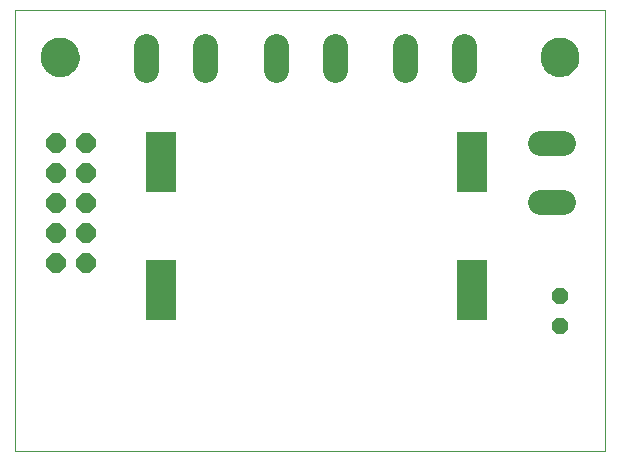
<source format=gbs>
G75*
%MOIN*%
%OFA0B0*%
%FSLAX24Y24*%
%IPPOS*%
%LPD*%
%AMOC8*
5,1,8,0,0,1.08239X$1,22.5*
%
%ADD10C,0.0000*%
%ADD11C,0.1300*%
%ADD12C,0.0820*%
%ADD13OC8,0.0560*%
%ADD14OC8,0.0640*%
%ADD15R,0.1040X0.2040*%
D10*
X000180Y000180D02*
X000180Y014865D01*
X019865Y014865D01*
X019865Y000180D01*
X000180Y000180D01*
X001050Y013305D02*
X001052Y013355D01*
X001058Y013405D01*
X001068Y013454D01*
X001082Y013502D01*
X001099Y013549D01*
X001120Y013594D01*
X001145Y013638D01*
X001173Y013679D01*
X001205Y013718D01*
X001239Y013755D01*
X001276Y013789D01*
X001316Y013819D01*
X001358Y013846D01*
X001402Y013870D01*
X001448Y013891D01*
X001495Y013907D01*
X001543Y013920D01*
X001593Y013929D01*
X001642Y013934D01*
X001693Y013935D01*
X001743Y013932D01*
X001792Y013925D01*
X001841Y013914D01*
X001889Y013899D01*
X001935Y013881D01*
X001980Y013859D01*
X002023Y013833D01*
X002064Y013804D01*
X002103Y013772D01*
X002139Y013737D01*
X002171Y013699D01*
X002201Y013659D01*
X002228Y013616D01*
X002251Y013572D01*
X002270Y013526D01*
X002286Y013478D01*
X002298Y013429D01*
X002306Y013380D01*
X002310Y013330D01*
X002310Y013280D01*
X002306Y013230D01*
X002298Y013181D01*
X002286Y013132D01*
X002270Y013084D01*
X002251Y013038D01*
X002228Y012994D01*
X002201Y012951D01*
X002171Y012911D01*
X002139Y012873D01*
X002103Y012838D01*
X002064Y012806D01*
X002023Y012777D01*
X001980Y012751D01*
X001935Y012729D01*
X001889Y012711D01*
X001841Y012696D01*
X001792Y012685D01*
X001743Y012678D01*
X001693Y012675D01*
X001642Y012676D01*
X001593Y012681D01*
X001543Y012690D01*
X001495Y012703D01*
X001448Y012719D01*
X001402Y012740D01*
X001358Y012764D01*
X001316Y012791D01*
X001276Y012821D01*
X001239Y012855D01*
X001205Y012892D01*
X001173Y012931D01*
X001145Y012972D01*
X001120Y013016D01*
X001099Y013061D01*
X001082Y013108D01*
X001068Y013156D01*
X001058Y013205D01*
X001052Y013255D01*
X001050Y013305D01*
X017710Y013305D02*
X017712Y013355D01*
X017718Y013405D01*
X017728Y013454D01*
X017742Y013502D01*
X017759Y013549D01*
X017780Y013594D01*
X017805Y013638D01*
X017833Y013679D01*
X017865Y013718D01*
X017899Y013755D01*
X017936Y013789D01*
X017976Y013819D01*
X018018Y013846D01*
X018062Y013870D01*
X018108Y013891D01*
X018155Y013907D01*
X018203Y013920D01*
X018253Y013929D01*
X018302Y013934D01*
X018353Y013935D01*
X018403Y013932D01*
X018452Y013925D01*
X018501Y013914D01*
X018549Y013899D01*
X018595Y013881D01*
X018640Y013859D01*
X018683Y013833D01*
X018724Y013804D01*
X018763Y013772D01*
X018799Y013737D01*
X018831Y013699D01*
X018861Y013659D01*
X018888Y013616D01*
X018911Y013572D01*
X018930Y013526D01*
X018946Y013478D01*
X018958Y013429D01*
X018966Y013380D01*
X018970Y013330D01*
X018970Y013280D01*
X018966Y013230D01*
X018958Y013181D01*
X018946Y013132D01*
X018930Y013084D01*
X018911Y013038D01*
X018888Y012994D01*
X018861Y012951D01*
X018831Y012911D01*
X018799Y012873D01*
X018763Y012838D01*
X018724Y012806D01*
X018683Y012777D01*
X018640Y012751D01*
X018595Y012729D01*
X018549Y012711D01*
X018501Y012696D01*
X018452Y012685D01*
X018403Y012678D01*
X018353Y012675D01*
X018302Y012676D01*
X018253Y012681D01*
X018203Y012690D01*
X018155Y012703D01*
X018108Y012719D01*
X018062Y012740D01*
X018018Y012764D01*
X017976Y012791D01*
X017936Y012821D01*
X017899Y012855D01*
X017865Y012892D01*
X017833Y012931D01*
X017805Y012972D01*
X017780Y013016D01*
X017759Y013061D01*
X017742Y013108D01*
X017728Y013156D01*
X017718Y013205D01*
X017712Y013255D01*
X017710Y013305D01*
D11*
X018340Y013305D03*
X001680Y013305D03*
D12*
X004540Y013670D02*
X004540Y012890D01*
X006520Y012890D02*
X006520Y013670D01*
X008890Y013670D02*
X008890Y012890D01*
X010870Y012890D02*
X010870Y013670D01*
X013190Y013670D02*
X013190Y012890D01*
X015170Y012890D02*
X015170Y013670D01*
X017690Y010445D02*
X018470Y010445D01*
X018470Y008465D02*
X017690Y008465D01*
D13*
X018355Y005330D03*
X018355Y004330D03*
D14*
X002555Y006430D03*
X001555Y006430D03*
X001555Y007430D03*
X002555Y007430D03*
X002555Y008430D03*
X001555Y008430D03*
X001555Y009430D03*
X002555Y009430D03*
X002555Y010430D03*
X001555Y010430D03*
D15*
X005055Y009805D03*
X005055Y005555D03*
X015430Y005555D03*
X015430Y009805D03*
M02*

</source>
